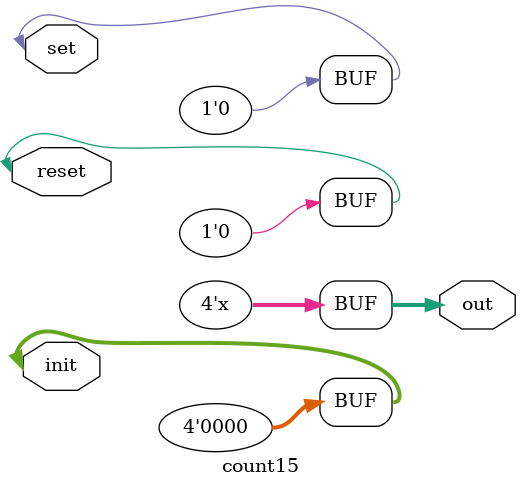
<source format=v>
`timescale 1ns / 1ps


module count15(input [3:0] init,
				input set,
				input reset,
				output [3:0] out
	);
	 initial begin
	 	out = 0;
	 	init = 0;
	 	set = 0;
	 	reset = 0;
	 end

	 always @*
	 	begin
	 		if (set == 1)
				out = init;
			if (reset == 1)
				out = 0;
	 	end

	 always @*
	 	#1 out = (out + 1) % 16;

endmodule
</source>
